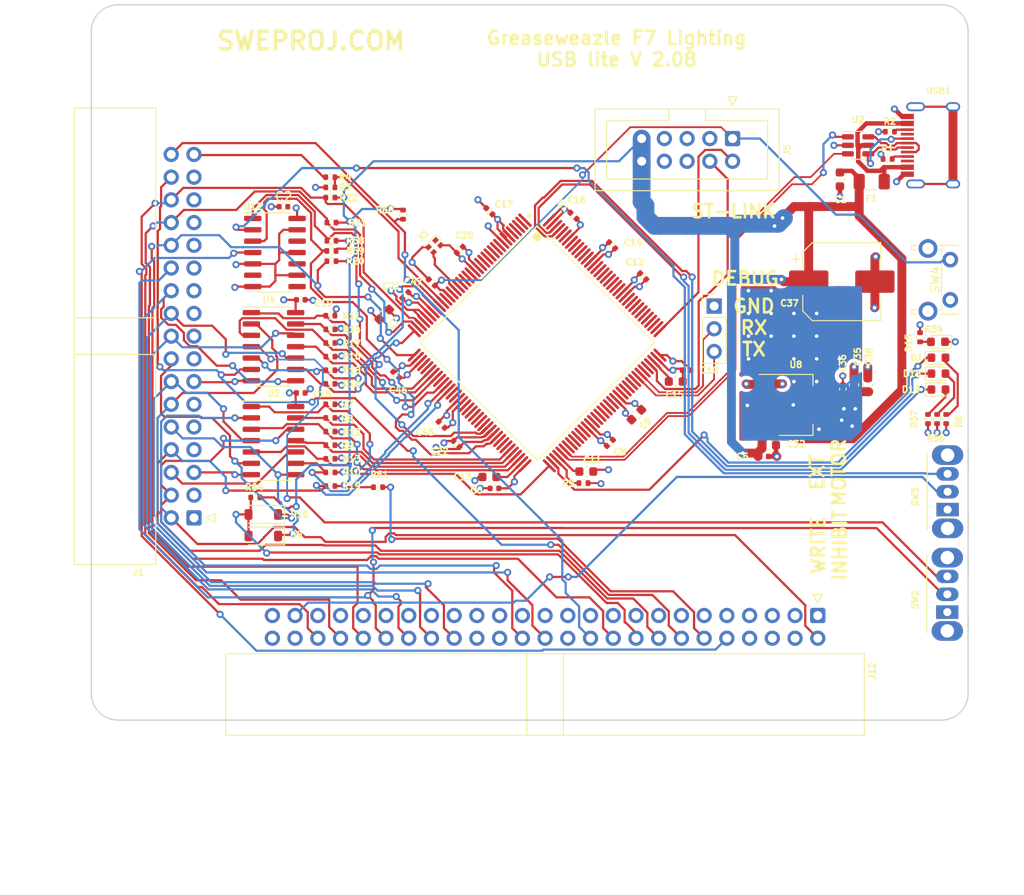
<source format=kicad_pcb>
(kicad_pcb
	(version 20241229)
	(generator "pcbnew")
	(generator_version "9.0")
	(general
		(thickness 1.6)
		(legacy_teardrops no)
	)
	(paper "E")
	(title_block
		(title "Greaseweazle F7 Lighting, USB")
		(date "2025-10-02")
		(rev "2.08")
		(company "SweProj.com")
	)
	(layers
		(0 "F.Cu" signal)
		(4 "In1.Cu" power)
		(6 "In2.Cu" power)
		(2 "B.Cu" signal)
		(9 "F.Adhes" user "F.Adhesive")
		(11 "B.Adhes" user "B.Adhesive")
		(13 "F.Paste" user)
		(15 "B.Paste" user)
		(5 "F.SilkS" user "F.Silkscreen")
		(7 "B.SilkS" user "B.Silkscreen")
		(1 "F.Mask" user)
		(3 "B.Mask" user)
		(17 "Dwgs.User" user "User.Drawings")
		(19 "Cmts.User" user "User.Comments")
		(21 "Eco1.User" user "User.Eco1")
		(23 "Eco2.User" user "User.Eco2")
		(25 "Edge.Cuts" user)
		(27 "Margin" user)
		(31 "F.CrtYd" user "F.Courtyard")
		(29 "B.CrtYd" user "B.Courtyard")
		(35 "F.Fab" user)
		(33 "B.Fab" user)
	)
	(setup
		(stackup
			(layer "F.SilkS"
				(type "Top Silk Screen")
			)
			(layer "F.Paste"
				(type "Top Solder Paste")
			)
			(layer "F.Mask"
				(type "Top Solder Mask")
				(thickness 0.01)
			)
			(layer "F.Cu"
				(type "copper")
				(thickness 0.035)
			)
			(layer "dielectric 1"
				(type "core")
				(thickness 0.48)
				(material "FR4")
				(epsilon_r 4.5)
				(loss_tangent 0.02)
			)
			(layer "In1.Cu"
				(type "copper")
				(thickness 0.035)
			)
			(layer "dielectric 2"
				(type "prepreg")
				(thickness 0.48)
				(material "FR4")
				(epsilon_r 4.5)
				(loss_tangent 0.02)
			)
			(layer "In2.Cu"
				(type "copper")
				(thickness 0.035)
			)
			(layer "dielectric 3"
				(type "core")
				(thickness 0.48)
				(material "FR4")
				(epsilon_r 4.5)
				(loss_tangent 0.02)
			)
			(layer "B.Cu"
				(type "copper")
				(thickness 0.035)
			)
			(layer "B.Mask"
				(type "Bottom Solder Mask")
				(thickness 0.01)
			)
			(layer "B.Paste"
				(type "Bottom Solder Paste")
			)
			(layer "B.SilkS"
				(type "Bottom Silk Screen")
			)
			(copper_finish "None")
			(dielectric_constraints no)
		)
		(pad_to_mask_clearance 0)
		(allow_soldermask_bridges_in_footprints no)
		(tenting front back)
		(pcbplotparams
			(layerselection 0x00000000_00000000_55555555_5755f5ff)
			(plot_on_all_layers_selection 0x00000000_00000000_00000000_00000000)
			(disableapertmacros no)
			(usegerberextensions no)
			(usegerberattributes yes)
			(usegerberadvancedattributes yes)
			(creategerberjobfile yes)
			(dashed_line_dash_ratio 12.000000)
			(dashed_line_gap_ratio 3.000000)
			(svgprecision 6)
			(plotframeref no)
			(mode 1)
			(useauxorigin no)
			(hpglpennumber 1)
			(hpglpenspeed 20)
			(hpglpendiameter 15.000000)
			(pdf_front_fp_property_popups yes)
			(pdf_back_fp_property_popups yes)
			(pdf_metadata yes)
			(pdf_single_document no)
			(dxfpolygonmode yes)
			(dxfimperialunits yes)
			(dxfusepcbnewfont yes)
			(psnegative no)
			(psa4output no)
			(plot_black_and_white yes)
			(sketchpadsonfab no)
			(plotpadnumbers no)
			(hidednponfab no)
			(sketchdnponfab yes)
			(crossoutdnponfab yes)
			(subtractmaskfromsilk no)
			(outputformat 1)
			(mirror no)
			(drillshape 0)
			(scaleselection 1)
			(outputdirectory "Greaseweazle_V1.01")
		)
	)
	(net 0 "")
	(net 1 "unconnected-(U1C-PE13-Pad66)")
	(net 2 "unconnected-(U1C-PE12-Pad65)")
	(net 3 "Net-(U1A-VDD12OTGHS)")
	(net 4 "unconnected-(U1C-PE11-Pad64)")
	(net 5 "+3V3")
	(net 6 "unconnected-(U1B-PB7-Pad137)")
	(net 7 "Net-(U1A-VCAP_1)")
	(net 8 "Net-(U1A-VCAP_2)")
	(net 9 "unconnected-(U1B-PB6-Pad136)")
	(net 10 "+5V")
	(net 11 "unconnected-(U1B-PD2-Pad116)")
	(net 12 "/LED1")
	(net 13 "unconnected-(U1B-PD6-Pad122)")
	(net 14 "/~{RDY}")
	(net 15 "/~{WR_PROT}")
	(net 16 "/~{TRK_00}")
	(net 17 "/~{INDEX}")
	(net 18 "/SWDIO")
	(net 19 "/SWCLK")
	(net 20 "/ID2")
	(net 21 "Net-(D1-A)")
	(net 22 "/~{FLIPPY}")
	(net 23 "/~{DENS}")
	(net 24 "/SPARE1")
	(net 25 "/SPARE2")
	(net 26 "/~{M0}")
	(net 27 "/~{DS1}")
	(net 28 "/~{DS0}")
	(net 29 "/~{DIR}")
	(net 30 "/~{STEP}")
	(net 31 "/~{WR_DAT}")
	(net 32 "/~{WR_GATE}")
	(net 33 "/~{SIDE}")
	(net 34 "Net-(D15-A)")
	(net 35 "Net-(U2-VBUS)")
	(net 36 "/~{M1}")
	(net 37 "/USB_D+")
	(net 38 "/USB_D-")
	(net 39 "Net-(J1-Pin_6)")
	(net 40 "Net-(J1-Pin_33)")
	(net 41 "unconnected-(J5-Pin_3-Pad3)")
	(net 42 "nRST")
	(net 43 "/RX")
	(net 44 "/TX")
	(net 45 "unconnected-(J12-Pin_4-Pad4)")
	(net 46 "unconnected-(J12-Pin_6-Pad6)")
	(net 47 "unconnected-(J12-Pin_8-Pad8)")
	(net 48 "/~{FD2S}")
	(net 49 "/~{DC}")
	(net 50 "unconnected-(J12-Pin_24-Pad24)")
	(net 51 "unconnected-(U1B-PD7-Pad123)")
	(net 52 "/~{DRIVE2}")
	(net 53 "/~{DRIVE3}")
	(net 54 "unconnected-(J12-Pin_50-Pad50)")
	(net 55 "unconnected-(U1B-PD4-Pad118)")
	(net 56 "Net-(USB1-CC1)")
	(net 57 "Net-(USB1-CC2)")
	(net 58 "Net-(U1A-OTG_HS_REXT)")
	(net 59 "unconnected-(U1C-PE2-Pad1)")
	(net 60 "unconnected-(U1C-PE3-Pad2)")
	(net 61 "unconnected-(U1C-PE4-Pad3)")
	(net 62 "unconnected-(U1C-PE5-Pad4)")
	(net 63 "unconnected-(U1C-PE6-Pad5)")
	(net 64 "unconnected-(U1C-PF0-Pad10)")
	(net 65 "unconnected-(U1C-PF1-Pad11)")
	(net 66 "unconnected-(U1C-PF2-Pad12)")
	(net 67 "unconnected-(U1C-PF3-Pad13)")
	(net 68 "unconnected-(U1C-PF4-Pad14)")
	(net 69 "unconnected-(U1C-PF5-Pad15)")
	(net 70 "unconnected-(U1C-PF6-Pad18)")
	(net 71 "unconnected-(U1C-PF7-Pad19)")
	(net 72 "unconnected-(U1C-PF8-Pad20)")
	(net 73 "unconnected-(U1C-PF9-Pad21)")
	(net 74 "unconnected-(U1C-PF10-Pad22)")
	(net 75 "Net-(U1C-PH0)")
	(net 76 "unconnected-(U1C-PH1-Pad24)")
	(net 77 "unconnected-(U1B-PC0-Pad26)")
	(net 78 "unconnected-(U1B-PA4-Pad40)")
	(net 79 "unconnected-(U1B-PA5-Pad41)")
	(net 80 "unconnected-(U1B-PC5-Pad45)")
	(net 81 "unconnected-(U1C-PF11-Pad49)")
	(net 82 "unconnected-(U1C-PF12-Pad50)")
	(net 83 "unconnected-(U1C-PF13-Pad53)")
	(net 84 "unconnected-(U1C-PF14-Pad54)")
	(net 85 "unconnected-(U1C-PF15-Pad55)")
	(net 86 "unconnected-(U1C-PG0-Pad56)")
	(net 87 "unconnected-(U1C-PG1-Pad57)")
	(net 88 "unconnected-(U1C-PE7-Pad58)")
	(net 89 "unconnected-(U1C-PE8-Pad59)")
	(net 90 "unconnected-(J12-Pin_43-Pad43)")
	(net 91 "/~{EXT_MOTOR}")
	(net 92 "unconnected-(U1B-PD8-Pad79)")
	(net 93 "unconnected-(U1B-PD9-Pad80)")
	(net 94 "unconnected-(U1B-PD10-Pad81)")
	(net 95 "/~{MOTOR_EN}")
	(net 96 "unconnected-(U1B-PD11-Pad82)")
	(net 97 "unconnected-(U1B-PD12-Pad83)")
	(net 98 "unconnected-(U1B-PD13-Pad84)")
	(net 99 "unconnected-(U1B-PD14-Pad87)")
	(net 100 "unconnected-(U1B-PD15-Pad88)")
	(net 101 "unconnected-(U1C-PG2-Pad89)")
	(net 102 "unconnected-(U1C-PG3-Pad90)")
	(net 103 "unconnected-(U1C-PG4-Pad91)")
	(net 104 "unconnected-(U1C-PG5-Pad92)")
	(net 105 "unconnected-(U1C-PG8-Pad93)")
	(net 106 "unconnected-(U1B-PC6-Pad96)")
	(net 107 "unconnected-(U1B-PC7-Pad97)")
	(net 108 "unconnected-(U1B-PC8-Pad98)")
	(net 109 "unconnected-(U1B-PC9-Pad99)")
	(net 110 "unconnected-(U1B-PA8-Pad100)")
	(net 111 "unconnected-(U1B-PA11-Pad103)")
	(net 112 "unconnected-(U1B-PA12-Pad104)")
	(net 113 "unconnected-(U1B-PA15-Pad110)")
	(net 114 "unconnected-(U1B-PC10-Pad111)")
	(net 115 "unconnected-(U1B-PC11-Pad112)")
	(net 116 "unconnected-(U1B-PD1-Pad115)")
	(net 117 "unconnected-(U1B-PD5-Pad119)")
	(net 118 "unconnected-(U1B-PC12-Pad113)")
	(net 119 "unconnected-(U1B-PD0-Pad114)")
	(net 120 "/~{DENSEL}")
	(net 121 "/INUSE")
	(net 122 "/~{M0_EN}")
	(net 123 "/~{DRIVE1}")
	(net 124 "/~{DRIVE0}")
	(net 125 "/~{M1_EN}")
	(net 126 "/~{DIRECTION}")
	(net 127 "/~{STEPS}")
	(net 128 "/~{WR_DATA}")
	(net 129 "/~{WR_GATE_OUT}")
	(net 130 "/~{SIDE_SEL}")
	(net 131 "unconnected-(U1B-PD3-Pad117)")
	(net 132 "unconnected-(U1C-PG9-Pad124)")
	(net 133 "unconnected-(U1C-PG10-Pad125)")
	(net 134 "unconnected-(U1C-PG11-Pad126)")
	(net 135 "unconnected-(U1C-PG12-Pad127)")
	(net 136 "unconnected-(U1C-PG13-Pad128)")
	(net 137 "unconnected-(U1C-PG14-Pad129)")
	(net 138 "unconnected-(U1C-PG15-Pad132)")
	(net 139 "unconnected-(U1B-PB3-Pad133)")
	(net 140 "unconnected-(U1B-PB4-Pad134)")
	(net 141 "unconnected-(U1B-PB5-Pad135)")
	(net 142 "/~{RD_DATA}")
	(net 143 "unconnected-(U1B-PB8-Pad139)")
	(net 144 "unconnected-(U1B-PB9-Pad140)")
	(net 145 "/LED2")
	(net 146 "/LED3")
	(net 147 "Net-(USB1-DP1)")
	(net 148 "Net-(USB1-DN1)")
	(net 149 "GND")
	(net 150 "unconnected-(USB1-SBU2-Pad3)")
	(net 151 "unconnected-(USB1-SBU1-Pad9)")
	(net 152 "unconnected-(X1-Tri-State-Pad1)")
	(net 153 "Net-(D18-A)")
	(net 154 "Net-(D19-A)")
	(net 155 "/~{MOTOR2}")
	(net 156 "/~{FD2}")
	(net 157 "unconnected-(U12-Pad6)")
	(net 158 "unconnected-(U12-Pad8)")
	(net 159 "unconnected-(U12-Pad10)")
	(net 160 "unconnected-(U12-Pad12)")
	(net 161 "unconnected-(J12-Pin_48-Pad48)")
	(net 162 "Net-(SW2-C)")
	(net 163 "unconnected-(SW2-A-Pad1)")
	(net 164 "Net-(SW3-C)")
	(net 165 "unconnected-(SW3-A-Pad1)")
	(footprint "MountingHole:MountingHole_3.2mm_M3" (layer "F.Cu") (at 192.5 65.5))
	(footprint "MountingHole:MountingHole_3.2mm_M3" (layer "F.Cu") (at 192.5 138.5))
	(footprint "MountingHole:MountingHole_3.2mm_M3" (layer "F.Cu") (at 101.481 65.488))
	(footprint "Capacitor_SMD:C_0402_1005Metric" (layer "F.Cu") (at 136.060589 93.060589 135))
	(footprint "Capacitor_SMD:C_0603_1608Metric" (layer "F.Cu") (at 181.67 81.532 90))
	(footprint "Capacitor_SMD:C_0402_1005Metric" (layer "F.Cu") (at 143.06 116.078 180))
	(footprint "Capacitor_SMD:C_0402_1005Metric" (layer "F.Cu") (at 155.956 110.998 -135))
	(footprint "Capacitor_SMD:C_0603_1608Metric" (layer "F.Cu") (at 158.9278 107.8484 -135))
	(footprint "Capacitor_SMD:C_0402_1005Metric" (layer "F.Cu") (at 164.5412 102.87 180))
	(footprint "Capacitor_SMD:C_0603_1608Metric" (layer "F.Cu") (at 153.325 114.2))
	(footprint "Capacitor_SMD:C_0402_1005Metric" (layer "F.Cu") (at 159.680589 92.370589 -45))
	(footprint "Capacitor_SMD:C_0603_1608Metric" (layer "F.Cu") (at 142.494 114.808 180))
	(footprint "Capacitor_SMD:C_0402_1005Metric" (layer "F.Cu") (at 156.21 88.9 -45))
	(footprint "Capacitor_SMD:C_0603_1608Metric" (layer "F.Cu") (at 163.322 104.14))
	(footprint "Capacitor_SMD:C_0402_1005Metric" (layer "F.Cu") (at 151.892 85.598 -45))
	(footprint "Capacitor_SMD:C_0402_1005Metric" (layer "F.Cu") (at 142.494 85.09 135))
	(footprint "Capacitor_SMD:C_0402_1005Metric" (layer "F.Cu") (at 121.412 105.41))
	(footprint "Capacitor_SMD:C_0402_1005Metric" (layer "F.Cu") (at 121.412 94.996))
	(footprint "Capacitor_SMD:C_0402_1005Metric" (layer "F.Cu") (at 139.192 89.408 45))
	(footprint "Capacitor_SMD:C_0402_1005Metric" (layer "F.Cu") (at 133.096 94.488 -135))
	(footprint "Capacitor_SMD:C_0402_1005Metric" (layer "F.Cu") (at 138.811 111.125 135))
	(footprint "Greaseweazle:Fuse_1206_3216Metric" (layer "F.Cu") (at 185.226 81.786))
	(footprint "Connector_IDC:IDC-Header_2x05_P2.54mm_Vertical" (layer "F.Cu") (at 169.672 76.962 -90))
	(footprint "Resistor_SMD:R_0402_1005Metric" (layer "F.Cu") (at 187.004 79.246))
	(footprint "Resistor_SMD:R_0402_1005Metric" (layer "F.Cu") (at 187.258 76.198))
	(footprint "Resistor_SMD:R_0402_1005Metric" (layer "F.Cu") (at 124.714 82.423 180))
	(footprint "Resistor_SMD:R_0402_1005Metric" (layer "F.Cu") (at 124.714 81.28))
	(footprint "Resistor_SMD:R_0402_1005Metric" (layer "F.Cu") (at 153.0096 115.4938))
	(footprint "Resistor_SMD:R_0402_1005Metric" (layer "F.Cu") (at 124.714 106.68 180))
	(footprint "Resistor_SMD:R_0402_1005Metric" (layer "F.Cu") (at 124.714 108.204 180))
	(footprint "Resistor_SMD:R_0402_1005Metric" (layer "F.Cu") (at 124.714 111.252 180))
	(footprint "Resistor_SMD:R_0402_1005Metric" (layer "F.Cu") (at 124.714 114.3 180))
	(footprint "Resistor_SMD:R_0402_1005Metric" (layer "F.Cu") (at 124.714 96.774 180))
	(footprint "Resistor_SMD:R_0402_1005Metric" (layer "F.Cu") (at 124.714 109.728 180))
	(footprint "Resistor_SMD:R_0402_1005Metric" (layer "F.Cu") (at 124.714 112.776 180))
	(footprint "Resistor_SMD:R_0402_1005Metric" (layer "F.Cu") (at 124.714 98.298 180))
	(footprint "Resistor_SMD:R_0402_1005Metric" (layer "F.Cu") (at 124.714 101.346 180))
	(footprint "Resistor_SMD:R_0402_1005Metric" (layer "F.Cu") (at 124.714 104.394 180))
	(footprint "Resistor_SMD:R_0402_1005Metric" (layer "F.Cu") (at 124.714 99.822 180))
	(footprint "Resistor_SMD:R_0402_1005Metric" (layer "F.Cu") (at 124.714 102.87 180))
	(footprint "Resistor_SMD:R_0402_1005Metric" (layer "F.Cu") (at 124.714 115.824 180))
	(footprint "Resistor_SMD:R_0402_1005Metric" (layer "F.Cu") (at 124.841 90.678 180))
	(footprint "Resistor_SMD:R_0402_1005Metric" (layer "F.Cu") (at 124.843 86.36 180))
	(footprint "Resistor_SMD:R_0402_1005Metric" (layer "F.Cu") (at 124.714 83.566 180))
	(footprint "Package_TO_SOT_SMD:SOT-23-6"
		(layer "F.Cu")
		(uuid "00000000-0000-0000-0000-000060f2b087")
		(at 183.702 77.722)
		(descr "SOT, 6 Pin (https://www.jedec.org/sites/default/files/docs/Mo-178c.PDF variant AB), generated with kicad-footprint-generator ipc_gullwing_generator.py")
		(tags "SOT TO_SOT_SMD")
		(property "Reference" "U2"
			(at 0 -2.9 0)
			(layer "F.SilkS")
			(uuid "908cb6d2-03f5-41b4-bc29-164e34fcf442")
			(effects
				(font
					(size 0.7 0.7)
					(thickness 0.2)
				)
			)
		)
		(property "Value" "USBLC6-2SC6"
			(at 0 2.9 0)
			(layer "F.Fab")
			(uuid "fc82f88c-e45f-417f-bf47-d3219b3945ed")
			(effects
				(font
					(size 1 1)
					(thickness 0.15)
				)
			)
		)
		(property "Datasheet" "https://www.st.com/resource/en/datasheet/usblc6-2.pdf"
			(at 0 0 0)
			(layer "F.Fab")
			(hide yes)
			(uuid "29364c18-3838-4b35-ad57-055e37f3e417")
			(effects
				(font
					(size 1.27 1.27)
					(thickness 0.15)
				)
			)
		)
		(property "Description" "Very low capacitance ESD protection diode, 2 data-line, SOT-23-6"
			(at 0 0 0)
			(layer "F.Fab")
			(hide yes)
			(uuid "1bd310d8-9722-4d40-b23d-dcea7fe95630")
			(effects
				(font
					(size 1.27 1.27)
					(thickness 0.15)
				)
			)
		)
		(property "LCSC" "C7519"
			(at 0 0 0)
			(layer "F.Fab")
			(hide yes)
			(uuid "d2108a14-6b07-412a-9580-dcf719d7dd30")
			(effects
				(font
					(size 1 1)
					(thickness 0.15)
				)
			)
		)
		(property ki_fp_filters "SOT?23*")
		(path "/00000000-0000-0000-0000-000060f22a52/00000000-0000-0000-0000-00005e95f9cd")
		(sheetname "/USB/")
		(sheetfile "usb.kicad_sch")
		(attr smd)
		(fp_line
			(start 0 -1.56)
			(end -1.8 -1.56)
			(stroke
				(width 0.12)
				(type solid)
			)
			(layer "F.SilkS")
			(uuid "158b7420-2142-48ea-8e94-2058006ee6f7")
		)
		(fp_line
			(start 0 -1.56)
			(end 0.8 -1.56)
			(stroke
				(width 0.12)
				(type solid)
			)
			(layer "F.SilkS")
			(uuid "31d60644-35f9-408c-98eb-b2ee87afc093")
		)
		(fp_line
			(start 0 1.56)
			(end -0.8 1.56)
			(stroke
				(width 0.12)
				(type solid)
			)
			(layer "F.SilkS")
			(uuid "acca11be-6211-4c65-9f97-4c5a28b26483")
		)
		(fp_line
			(start 0 1.56)
			(end 0.8 1.56)
			(stroke
				(width 0.12)
				(type solid)
			)
			(layer "F.SilkS")
			(uuid "4975278c-627c-4933-a28e-f4e495e9e196")
		)
		(fp_line
			(start -2.05 -1.7)
			(end -2.05 1.7)
			(stroke
				(width 0.05)
				(type solid)
			)
			(layer "F.CrtYd")
			(uuid "4ab76087-25be-4747-b65f-0aa8a9f6e413")
		)
		(fp_line
			(start -2.05 1.7)
			(end 2.05 1.7)
			(stroke
				(width 0.05)
				(type solid)
			)
			(layer "F.CrtYd")
			(uuid "0dc50455-b59e-4d89-8924-d1a8042efa31")
		)
		(fp_line
			(start 2.05 -1.7)
			(end -2.05 -1.7)
			(stroke
				(width 0.05)
				(type solid)
			)
			(layer "F.CrtYd")
			(uuid "ae8c6d5f-9b73-4354-aec3-911a5076605c")
		)
		(fp_line
			(start 2.05 1.7)
			(end 2.05 -1.7)
			(stroke
				(width 0.05)
				(type solid)
			)
			(layer "F.CrtYd")
			(uuid "89c6
... [1314230 chars truncated]
</source>
